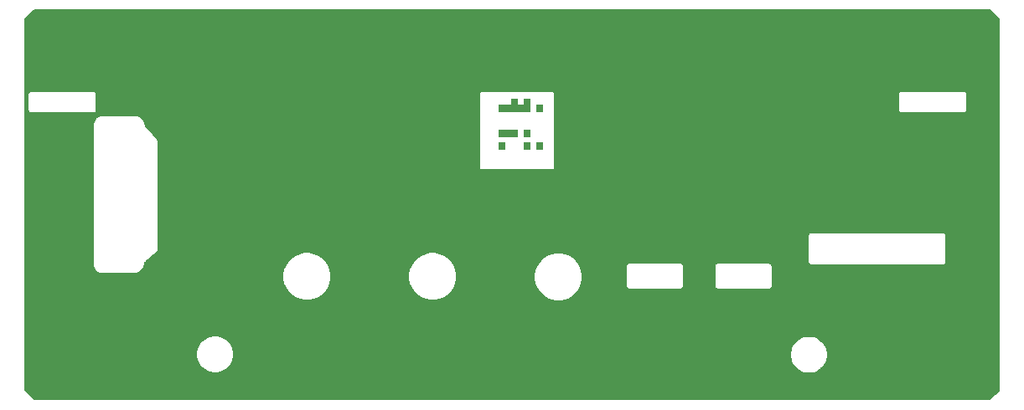
<source format=gbr>
%TF.GenerationSoftware,KiCad,Pcbnew,(5.1.12)-1*%
%TF.CreationDate,2022-02-28T21:35:26+00:00*%
%TF.ProjectId,RGBtoHDMI CDTV v2 - Face Plate - Lite,52474274-6f48-4444-9d49-204344545620,1*%
%TF.SameCoordinates,Original*%
%TF.FileFunction,Copper,L1,Top*%
%TF.FilePolarity,Positive*%
%FSLAX46Y46*%
G04 Gerber Fmt 4.6, Leading zero omitted, Abs format (unit mm)*
G04 Created by KiCad (PCBNEW (5.1.12)-1) date 2022-02-28 21:35:26*
%MOMM*%
%LPD*%
G01*
G04 APERTURE LIST*
%TA.AperFunction,EtchedComponent*%
%ADD10C,0.100000*%
%TD*%
%TA.AperFunction,NonConductor*%
%ADD11C,0.200000*%
%TD*%
%TA.AperFunction,NonConductor*%
%ADD12C,0.100000*%
%TD*%
G04 APERTURE END LIST*
D10*
%TO.C,solarmon*%
G36*
X122555000Y-70535800D02*
G01*
X121920000Y-70535800D01*
X121920000Y-69900800D01*
X122555000Y-69900800D01*
X122555000Y-70535800D01*
G37*
X122555000Y-70535800D02*
X121920000Y-70535800D01*
X121920000Y-69900800D01*
X122555000Y-69900800D01*
X122555000Y-70535800D01*
G36*
X122555000Y-74345800D02*
G01*
X121920000Y-74345800D01*
X121920000Y-73710800D01*
X122555000Y-73710800D01*
X122555000Y-74345800D01*
G37*
X122555000Y-74345800D02*
X121920000Y-74345800D01*
X121920000Y-73710800D01*
X122555000Y-73710800D01*
X122555000Y-74345800D01*
G36*
X121285000Y-69900800D02*
G01*
X120650000Y-69900800D01*
X120650000Y-69265800D01*
X121285000Y-69265800D01*
X121285000Y-69900800D01*
G37*
X121285000Y-69900800D02*
X120650000Y-69900800D01*
X120650000Y-69265800D01*
X121285000Y-69265800D01*
X121285000Y-69900800D01*
G36*
X121285000Y-70535800D02*
G01*
X120650000Y-70535800D01*
X120650000Y-69900800D01*
X121285000Y-69900800D01*
X121285000Y-70535800D01*
G37*
X121285000Y-70535800D02*
X120650000Y-70535800D01*
X120650000Y-69900800D01*
X121285000Y-69900800D01*
X121285000Y-70535800D01*
G36*
X120650000Y-70535800D02*
G01*
X120015000Y-70535800D01*
X120015000Y-69900800D01*
X120650000Y-69900800D01*
X120650000Y-70535800D01*
G37*
X120650000Y-70535800D02*
X120015000Y-70535800D01*
X120015000Y-69900800D01*
X120650000Y-69900800D01*
X120650000Y-70535800D01*
G36*
X120015000Y-70535800D02*
G01*
X119380000Y-70535800D01*
X119380000Y-69900800D01*
X120015000Y-69900800D01*
X120015000Y-70535800D01*
G37*
X120015000Y-70535800D02*
X119380000Y-70535800D01*
X119380000Y-69900800D01*
X120015000Y-69900800D01*
X120015000Y-70535800D01*
G36*
X120015000Y-69900800D02*
G01*
X119380000Y-69900800D01*
X119380000Y-69265800D01*
X120015000Y-69265800D01*
X120015000Y-69900800D01*
G37*
X120015000Y-69900800D02*
X119380000Y-69900800D01*
X119380000Y-69265800D01*
X120015000Y-69265800D01*
X120015000Y-69900800D01*
G36*
X119380000Y-70535800D02*
G01*
X118745000Y-70535800D01*
X118745000Y-69900800D01*
X119380000Y-69900800D01*
X119380000Y-70535800D01*
G37*
X119380000Y-70535800D02*
X118745000Y-70535800D01*
X118745000Y-69900800D01*
X119380000Y-69900800D01*
X119380000Y-70535800D01*
G36*
X118745000Y-70535800D02*
G01*
X118110000Y-70535800D01*
X118110000Y-69900800D01*
X118745000Y-69900800D01*
X118745000Y-70535800D01*
G37*
X118745000Y-70535800D02*
X118110000Y-70535800D01*
X118110000Y-69900800D01*
X118745000Y-69900800D01*
X118745000Y-70535800D01*
G36*
X118745000Y-73075800D02*
G01*
X118110000Y-73075800D01*
X118110000Y-72440800D01*
X118745000Y-72440800D01*
X118745000Y-73075800D01*
G37*
X118745000Y-73075800D02*
X118110000Y-73075800D01*
X118110000Y-72440800D01*
X118745000Y-72440800D01*
X118745000Y-73075800D01*
G36*
X119380000Y-73075800D02*
G01*
X118745000Y-73075800D01*
X118745000Y-72440800D01*
X119380000Y-72440800D01*
X119380000Y-73075800D01*
G37*
X119380000Y-73075800D02*
X118745000Y-73075800D01*
X118745000Y-72440800D01*
X119380000Y-72440800D01*
X119380000Y-73075800D01*
G36*
X120015000Y-73075800D02*
G01*
X119380000Y-73075800D01*
X119380000Y-72440800D01*
X120015000Y-72440800D01*
X120015000Y-73075800D01*
G37*
X120015000Y-73075800D02*
X119380000Y-73075800D01*
X119380000Y-72440800D01*
X120015000Y-72440800D01*
X120015000Y-73075800D01*
G36*
X121285000Y-73075800D02*
G01*
X120650000Y-73075800D01*
X120650000Y-72440800D01*
X121285000Y-72440800D01*
X121285000Y-73075800D01*
G37*
X121285000Y-73075800D02*
X120650000Y-73075800D01*
X120650000Y-72440800D01*
X121285000Y-72440800D01*
X121285000Y-73075800D01*
G36*
X121285000Y-74345800D02*
G01*
X120650000Y-74345800D01*
X120650000Y-73710800D01*
X121285000Y-73710800D01*
X121285000Y-74345800D01*
G37*
X121285000Y-74345800D02*
X120650000Y-74345800D01*
X120650000Y-73710800D01*
X121285000Y-73710800D01*
X121285000Y-74345800D01*
G36*
X118745000Y-74345800D02*
G01*
X118110000Y-74345800D01*
X118110000Y-73710800D01*
X118745000Y-73710800D01*
X118745000Y-74345800D01*
G37*
X118745000Y-74345800D02*
X118110000Y-74345800D01*
X118110000Y-73710800D01*
X118745000Y-73710800D01*
X118745000Y-74345800D01*
%TD*%
D11*
X168673900Y-61243729D02*
X168673901Y-98782367D01*
X167749971Y-99674800D01*
X71219832Y-99674800D01*
X70327400Y-98750871D01*
X70327400Y-94948566D01*
X87609600Y-94948566D01*
X87609600Y-95322834D01*
X87682616Y-95689909D01*
X87825842Y-96035687D01*
X88033774Y-96346879D01*
X88298421Y-96611526D01*
X88609613Y-96819458D01*
X88955391Y-96962684D01*
X89322466Y-97035700D01*
X89696734Y-97035700D01*
X90063809Y-96962684D01*
X90409587Y-96819458D01*
X90720779Y-96611526D01*
X90985426Y-96346879D01*
X91193358Y-96035687D01*
X91336584Y-95689909D01*
X91409600Y-95322834D01*
X91409600Y-94986666D01*
X147579000Y-94986666D01*
X147579000Y-95360934D01*
X147652016Y-95728009D01*
X147795242Y-96073787D01*
X148003174Y-96384979D01*
X148267821Y-96649626D01*
X148579013Y-96857558D01*
X148924791Y-97000784D01*
X149291866Y-97073800D01*
X149666134Y-97073800D01*
X150033209Y-97000784D01*
X150378987Y-96857558D01*
X150690179Y-96649626D01*
X150954826Y-96384979D01*
X151162758Y-96073787D01*
X151305984Y-95728009D01*
X151379000Y-95360934D01*
X151379000Y-94986666D01*
X151305984Y-94619591D01*
X151162758Y-94273813D01*
X150954826Y-93962621D01*
X150690179Y-93697974D01*
X150378987Y-93490042D01*
X150033209Y-93346816D01*
X149666134Y-93273800D01*
X149291866Y-93273800D01*
X148924791Y-93346816D01*
X148579013Y-93490042D01*
X148267821Y-93697974D01*
X148003174Y-93962621D01*
X147795242Y-94273813D01*
X147652016Y-94619591D01*
X147579000Y-94986666D01*
X91409600Y-94986666D01*
X91409600Y-94948566D01*
X91336584Y-94581491D01*
X91193358Y-94235713D01*
X90985426Y-93924521D01*
X90720779Y-93659874D01*
X90409587Y-93451942D01*
X90063809Y-93308716D01*
X89696734Y-93235700D01*
X89322466Y-93235700D01*
X88955391Y-93308716D01*
X88609613Y-93451942D01*
X88298421Y-93659874D01*
X88033774Y-93924521D01*
X87825842Y-94235713D01*
X87682616Y-94581491D01*
X87609600Y-94948566D01*
X70327400Y-94948566D01*
X70327400Y-87007696D01*
X96324000Y-87007696D01*
X96324000Y-87490304D01*
X96418152Y-87963639D01*
X96602838Y-88409510D01*
X96870960Y-88810784D01*
X97212216Y-89152040D01*
X97613490Y-89420162D01*
X98059361Y-89604848D01*
X98532696Y-89699000D01*
X99015304Y-89699000D01*
X99488639Y-89604848D01*
X99934510Y-89420162D01*
X100335784Y-89152040D01*
X100677040Y-88810784D01*
X100945162Y-88409510D01*
X101129848Y-87963639D01*
X101224000Y-87490304D01*
X101224000Y-87007696D01*
X109024000Y-87007696D01*
X109024000Y-87490304D01*
X109118152Y-87963639D01*
X109302838Y-88409510D01*
X109570960Y-88810784D01*
X109912216Y-89152040D01*
X110313490Y-89420162D01*
X110759361Y-89604848D01*
X111232696Y-89699000D01*
X111715304Y-89699000D01*
X112188639Y-89604848D01*
X112634510Y-89420162D01*
X113035784Y-89152040D01*
X113377040Y-88810784D01*
X113645162Y-88409510D01*
X113829848Y-87963639D01*
X113924000Y-87490304D01*
X113924000Y-87058496D01*
X121724000Y-87058496D01*
X121724000Y-87541104D01*
X121818152Y-88014439D01*
X122002838Y-88460310D01*
X122270960Y-88861584D01*
X122612216Y-89202840D01*
X123013490Y-89470962D01*
X123459361Y-89655648D01*
X123932696Y-89749800D01*
X124415304Y-89749800D01*
X124888639Y-89655648D01*
X125334510Y-89470962D01*
X125735784Y-89202840D01*
X126077040Y-88861584D01*
X126345162Y-88460310D01*
X126529848Y-88014439D01*
X126624000Y-87541104D01*
X126624000Y-87058496D01*
X126529848Y-86585161D01*
X126373457Y-86207600D01*
X131016828Y-86207600D01*
X131018400Y-86223561D01*
X131018401Y-88198229D01*
X131016828Y-88214200D01*
X131023103Y-88277911D01*
X131041687Y-88339174D01*
X131071865Y-88395634D01*
X131112479Y-88445121D01*
X131161966Y-88485735D01*
X131218426Y-88515913D01*
X131279689Y-88534497D01*
X131327439Y-88539200D01*
X131327440Y-88539200D01*
X131343400Y-88540772D01*
X131359361Y-88539200D01*
X136509039Y-88539200D01*
X136525000Y-88540772D01*
X136540960Y-88539200D01*
X136540961Y-88539200D01*
X136588711Y-88534497D01*
X136649974Y-88515913D01*
X136706434Y-88485735D01*
X136755921Y-88445121D01*
X136796535Y-88395634D01*
X136826713Y-88339174D01*
X136845297Y-88277911D01*
X136851572Y-88214200D01*
X136850000Y-88198239D01*
X136850000Y-86223561D01*
X136850321Y-86220300D01*
X139957628Y-86220300D01*
X139959200Y-86236261D01*
X139959201Y-88210929D01*
X139957628Y-88226900D01*
X139963903Y-88290611D01*
X139982487Y-88351874D01*
X140012665Y-88408334D01*
X140053279Y-88457821D01*
X140102766Y-88498435D01*
X140159226Y-88528613D01*
X140220489Y-88547197D01*
X140268239Y-88551900D01*
X140268240Y-88551900D01*
X140284200Y-88553472D01*
X140300161Y-88551900D01*
X145449839Y-88551900D01*
X145465800Y-88553472D01*
X145481760Y-88551900D01*
X145481761Y-88551900D01*
X145529511Y-88547197D01*
X145590774Y-88528613D01*
X145647234Y-88498435D01*
X145696721Y-88457821D01*
X145737335Y-88408334D01*
X145767513Y-88351874D01*
X145786097Y-88290611D01*
X145792372Y-88226900D01*
X145790800Y-88210939D01*
X145790800Y-86236261D01*
X145792372Y-86220300D01*
X145786097Y-86156589D01*
X145767513Y-86095326D01*
X145737335Y-86038866D01*
X145696721Y-85989379D01*
X145647234Y-85948765D01*
X145590774Y-85918587D01*
X145529511Y-85900003D01*
X145481761Y-85895300D01*
X145465800Y-85893728D01*
X145449840Y-85895300D01*
X140300160Y-85895300D01*
X140284200Y-85893728D01*
X140268239Y-85895300D01*
X140220489Y-85900003D01*
X140159226Y-85918587D01*
X140102766Y-85948765D01*
X140053279Y-85989379D01*
X140012665Y-86038866D01*
X139982487Y-86095326D01*
X139963903Y-86156589D01*
X139957628Y-86220300D01*
X136850321Y-86220300D01*
X136851572Y-86207600D01*
X136845297Y-86143889D01*
X136826713Y-86082626D01*
X136796535Y-86026166D01*
X136755921Y-85976679D01*
X136706434Y-85936065D01*
X136649974Y-85905887D01*
X136588711Y-85887303D01*
X136540961Y-85882600D01*
X136525000Y-85881028D01*
X136509040Y-85882600D01*
X131359360Y-85882600D01*
X131343400Y-85881028D01*
X131327439Y-85882600D01*
X131279689Y-85887303D01*
X131218426Y-85905887D01*
X131161966Y-85936065D01*
X131112479Y-85976679D01*
X131071865Y-86026166D01*
X131041687Y-86082626D01*
X131023103Y-86143889D01*
X131016828Y-86207600D01*
X126373457Y-86207600D01*
X126345162Y-86139290D01*
X126077040Y-85738016D01*
X125735784Y-85396760D01*
X125334510Y-85128638D01*
X124888639Y-84943952D01*
X124415304Y-84849800D01*
X123932696Y-84849800D01*
X123459361Y-84943952D01*
X123013490Y-85128638D01*
X122612216Y-85396760D01*
X122270960Y-85738016D01*
X122002838Y-86139290D01*
X121818152Y-86585161D01*
X121724000Y-87058496D01*
X113924000Y-87058496D01*
X113924000Y-87007696D01*
X113829848Y-86534361D01*
X113645162Y-86088490D01*
X113377040Y-85687216D01*
X113035784Y-85345960D01*
X112634510Y-85077838D01*
X112188639Y-84893152D01*
X111715304Y-84799000D01*
X111232696Y-84799000D01*
X110759361Y-84893152D01*
X110313490Y-85077838D01*
X109912216Y-85345960D01*
X109570960Y-85687216D01*
X109302838Y-86088490D01*
X109118152Y-86534361D01*
X109024000Y-87007696D01*
X101224000Y-87007696D01*
X101129848Y-86534361D01*
X100945162Y-86088490D01*
X100677040Y-85687216D01*
X100335784Y-85345960D01*
X99934510Y-85077838D01*
X99488639Y-84893152D01*
X99015304Y-84799000D01*
X98532696Y-84799000D01*
X98059361Y-84893152D01*
X97613490Y-85077838D01*
X97212216Y-85345960D01*
X96870960Y-85687216D01*
X96602838Y-86088490D01*
X96418152Y-86534361D01*
X96324000Y-87007696D01*
X70327400Y-87007696D01*
X70327400Y-86045760D01*
X77145000Y-86045760D01*
X77146380Y-86059774D01*
X77146353Y-86063690D01*
X77146796Y-86068207D01*
X77159751Y-86191458D01*
X77165671Y-86220296D01*
X77171193Y-86249244D01*
X77172504Y-86253589D01*
X77209151Y-86371976D01*
X77220575Y-86399152D01*
X77231601Y-86426442D01*
X77233731Y-86430449D01*
X77292675Y-86539464D01*
X77309152Y-86563892D01*
X77325276Y-86588532D01*
X77328144Y-86592049D01*
X77407140Y-86687539D01*
X77428031Y-86708285D01*
X77448650Y-86729340D01*
X77452147Y-86732233D01*
X77548185Y-86810561D01*
X77572719Y-86826861D01*
X77597025Y-86843504D01*
X77601017Y-86845663D01*
X77710441Y-86903845D01*
X77737681Y-86915072D01*
X77764749Y-86926673D01*
X77769084Y-86928016D01*
X77887725Y-86963836D01*
X77916646Y-86969562D01*
X77945435Y-86975681D01*
X77949948Y-86976156D01*
X78073286Y-86988249D01*
X78073292Y-86988249D01*
X78089039Y-86989800D01*
X81295961Y-86989800D01*
X81300251Y-86989377D01*
X81327838Y-86988646D01*
X81345626Y-86986424D01*
X81363534Y-86985725D01*
X81368026Y-86985075D01*
X81510914Y-86963373D01*
X81539448Y-86956133D01*
X81568115Y-86949285D01*
X81572394Y-86947775D01*
X81708345Y-86898733D01*
X81734937Y-86886085D01*
X81761722Y-86873802D01*
X81765627Y-86871489D01*
X81889463Y-86796974D01*
X81913098Y-86779397D01*
X81936979Y-86762151D01*
X81940361Y-86759124D01*
X82047365Y-86661975D01*
X82067124Y-86640156D01*
X82087212Y-86618586D01*
X82089941Y-86614960D01*
X82173329Y-86502530D01*
X82190250Y-86481014D01*
X82211983Y-86438237D01*
X82380563Y-86006030D01*
X82383924Y-85994058D01*
X82410420Y-85906903D01*
X82439940Y-85851639D01*
X82484233Y-85797543D01*
X82517093Y-85767925D01*
X83650621Y-84752560D01*
X83669921Y-84736721D01*
X83684565Y-84718878D01*
X83700163Y-84701869D01*
X83704829Y-84694187D01*
X83710535Y-84687234D01*
X83721419Y-84666871D01*
X83733396Y-84647151D01*
X83736474Y-84638704D01*
X83740713Y-84630774D01*
X83747411Y-84608692D01*
X83755316Y-84587002D01*
X83756687Y-84578114D01*
X83759297Y-84569511D01*
X83761561Y-84546529D01*
X83765078Y-84523731D01*
X83764000Y-84498804D01*
X83764000Y-83108800D01*
X149406428Y-83108800D01*
X149408000Y-83124761D01*
X149408001Y-85759829D01*
X149406428Y-85775800D01*
X149412703Y-85839511D01*
X149431287Y-85900774D01*
X149461465Y-85957234D01*
X149502079Y-86006721D01*
X149551566Y-86047335D01*
X149608026Y-86077513D01*
X149669289Y-86096097D01*
X149717039Y-86100800D01*
X149717040Y-86100800D01*
X149733000Y-86102372D01*
X149748961Y-86100800D01*
X163052040Y-86100800D01*
X163068000Y-86102372D01*
X163113111Y-86097929D01*
X163131711Y-86096097D01*
X163192974Y-86077513D01*
X163249434Y-86047335D01*
X163298921Y-86006721D01*
X163339535Y-85957234D01*
X163369713Y-85900774D01*
X163388297Y-85839511D01*
X163394572Y-85775800D01*
X163393000Y-85759839D01*
X163393000Y-83124761D01*
X163394572Y-83108800D01*
X163388297Y-83045089D01*
X163369713Y-82983826D01*
X163339535Y-82927366D01*
X163298921Y-82877879D01*
X163249434Y-82837265D01*
X163192974Y-82807087D01*
X163131711Y-82788503D01*
X163083961Y-82783800D01*
X163083960Y-82783800D01*
X163068000Y-82782228D01*
X163052039Y-82783800D01*
X149748960Y-82783800D01*
X149733000Y-82782228D01*
X149717039Y-82783800D01*
X149669289Y-82788503D01*
X149608026Y-82807087D01*
X149551566Y-82837265D01*
X149502079Y-82877879D01*
X149461465Y-82927366D01*
X149431287Y-82983826D01*
X149412703Y-83045089D01*
X149406428Y-83108800D01*
X83764000Y-83108800D01*
X83764000Y-73609963D01*
X83764933Y-73604207D01*
X83764000Y-73578038D01*
X83764000Y-73567839D01*
X83763430Y-73562053D01*
X83762652Y-73540228D01*
X83760300Y-73530272D01*
X83759297Y-73520089D01*
X83752956Y-73499185D01*
X83747933Y-73477924D01*
X83743683Y-73468617D01*
X83740713Y-73458826D01*
X83730412Y-73439553D01*
X83721341Y-73419689D01*
X83715361Y-73411395D01*
X83710535Y-73402366D01*
X83696676Y-73385479D01*
X83693280Y-73380769D01*
X83686538Y-73373127D01*
X83669921Y-73352879D01*
X83665413Y-73349179D01*
X82659844Y-72209280D01*
X82651539Y-72201547D01*
X82587445Y-72138400D01*
X82552205Y-72086598D01*
X82524857Y-72022252D01*
X82520823Y-72006508D01*
X82520533Y-72002765D01*
X82507563Y-71956570D01*
X82338983Y-71524363D01*
X82317250Y-71481586D01*
X82307474Y-71469156D01*
X82295087Y-71449697D01*
X82284026Y-71435580D01*
X82274212Y-71420584D01*
X82271344Y-71417067D01*
X82179219Y-71305708D01*
X82158327Y-71284962D01*
X82137710Y-71263909D01*
X82134214Y-71261016D01*
X82022215Y-71169671D01*
X81997678Y-71153369D01*
X81973373Y-71136727D01*
X81969381Y-71134569D01*
X81841771Y-71066718D01*
X81814553Y-71055499D01*
X81787466Y-71043890D01*
X81783131Y-71042548D01*
X81644773Y-71000775D01*
X81615891Y-70995056D01*
X81587064Y-70988929D01*
X81582551Y-70988454D01*
X81438714Y-70974351D01*
X81438708Y-70974351D01*
X81422961Y-70972800D01*
X78089039Y-70972800D01*
X78075025Y-70974180D01*
X78071110Y-70974153D01*
X78066593Y-70974596D01*
X77943342Y-70987551D01*
X77914510Y-70993470D01*
X77885556Y-70998993D01*
X77881211Y-71000304D01*
X77762823Y-71036951D01*
X77735634Y-71048380D01*
X77708358Y-71059401D01*
X77704350Y-71061531D01*
X77595336Y-71120475D01*
X77570926Y-71136940D01*
X77546267Y-71153076D01*
X77542750Y-71155944D01*
X77447261Y-71234940D01*
X77426515Y-71255831D01*
X77405459Y-71276451D01*
X77402566Y-71279947D01*
X77324239Y-71375986D01*
X77307939Y-71400520D01*
X77291296Y-71424826D01*
X77289137Y-71428818D01*
X77230955Y-71538241D01*
X77219736Y-71565463D01*
X77208126Y-71592550D01*
X77206784Y-71596885D01*
X77170964Y-71715525D01*
X77165237Y-71744453D01*
X77159119Y-71773235D01*
X77158644Y-71777748D01*
X77146551Y-71901087D01*
X77146551Y-71901102D01*
X77145001Y-71916839D01*
X77145000Y-86045760D01*
X70327400Y-86045760D01*
X70327400Y-68808600D01*
X70590228Y-68808600D01*
X70591800Y-68824561D01*
X70591801Y-70392829D01*
X70590228Y-70408800D01*
X70596503Y-70472511D01*
X70615087Y-70533774D01*
X70645265Y-70590234D01*
X70685879Y-70639721D01*
X70735366Y-70680335D01*
X70791826Y-70710513D01*
X70853089Y-70729097D01*
X70900839Y-70733800D01*
X70900840Y-70733800D01*
X70916800Y-70735372D01*
X70932761Y-70733800D01*
X77200039Y-70733800D01*
X77216000Y-70735372D01*
X77231960Y-70733800D01*
X77231961Y-70733800D01*
X77279711Y-70729097D01*
X77340974Y-70710513D01*
X77397434Y-70680335D01*
X77446921Y-70639721D01*
X77487535Y-70590234D01*
X77517713Y-70533774D01*
X77536297Y-70472511D01*
X77542572Y-70408800D01*
X77541000Y-70392839D01*
X77541000Y-68824561D01*
X77542572Y-68808600D01*
X77536297Y-68744889D01*
X77517713Y-68683626D01*
X77489478Y-68630800D01*
X116232000Y-68630800D01*
X116232000Y-76377800D01*
X116233921Y-76397309D01*
X116239612Y-76416068D01*
X116248853Y-76433357D01*
X116261289Y-76448511D01*
X116276443Y-76460947D01*
X116293732Y-76470188D01*
X116312491Y-76475879D01*
X116332000Y-76477800D01*
X123698000Y-76477800D01*
X123717509Y-76475879D01*
X123736268Y-76470188D01*
X123753557Y-76460947D01*
X123768711Y-76448511D01*
X123781147Y-76433357D01*
X123790388Y-76416068D01*
X123796079Y-76397309D01*
X123798000Y-76377800D01*
X123798000Y-68795900D01*
X158525028Y-68795900D01*
X158526600Y-68811861D01*
X158526601Y-70380129D01*
X158525028Y-70396100D01*
X158531303Y-70459811D01*
X158549887Y-70521074D01*
X158580065Y-70577534D01*
X158620679Y-70627021D01*
X158670166Y-70667635D01*
X158726626Y-70697813D01*
X158787889Y-70716397D01*
X158835639Y-70721100D01*
X158835640Y-70721100D01*
X158851600Y-70722672D01*
X158867561Y-70721100D01*
X165134839Y-70721100D01*
X165150800Y-70722672D01*
X165166760Y-70721100D01*
X165166761Y-70721100D01*
X165214511Y-70716397D01*
X165275774Y-70697813D01*
X165332234Y-70667635D01*
X165381721Y-70627021D01*
X165422335Y-70577534D01*
X165452513Y-70521074D01*
X165471097Y-70459811D01*
X165477372Y-70396100D01*
X165475800Y-70380139D01*
X165475800Y-68811861D01*
X165477372Y-68795900D01*
X165471097Y-68732189D01*
X165452513Y-68670926D01*
X165422335Y-68614466D01*
X165381721Y-68564979D01*
X165332234Y-68524365D01*
X165275774Y-68494187D01*
X165214511Y-68475603D01*
X165166761Y-68470900D01*
X165150800Y-68469328D01*
X165134840Y-68470900D01*
X158867560Y-68470900D01*
X158851600Y-68469328D01*
X158835639Y-68470900D01*
X158787889Y-68475603D01*
X158726626Y-68494187D01*
X158670166Y-68524365D01*
X158620679Y-68564979D01*
X158580065Y-68614466D01*
X158549887Y-68670926D01*
X158531303Y-68732189D01*
X158525028Y-68795900D01*
X123798000Y-68795900D01*
X123798000Y-68630800D01*
X123796079Y-68611291D01*
X123790388Y-68592532D01*
X123781147Y-68575243D01*
X123768711Y-68560089D01*
X123753557Y-68547653D01*
X123736268Y-68538412D01*
X123717509Y-68532721D01*
X123698000Y-68530800D01*
X116332000Y-68530800D01*
X116312491Y-68532721D01*
X116293732Y-68538412D01*
X116276443Y-68547653D01*
X116261289Y-68560089D01*
X116248853Y-68575243D01*
X116239612Y-68592532D01*
X116233921Y-68611291D01*
X116232000Y-68630800D01*
X77489478Y-68630800D01*
X77487535Y-68627166D01*
X77446921Y-68577679D01*
X77397434Y-68537065D01*
X77340974Y-68506887D01*
X77279711Y-68488303D01*
X77231961Y-68483600D01*
X77216000Y-68482028D01*
X77200040Y-68483600D01*
X70932760Y-68483600D01*
X70916800Y-68482028D01*
X70900839Y-68483600D01*
X70853089Y-68488303D01*
X70791826Y-68506887D01*
X70735366Y-68537065D01*
X70685879Y-68577679D01*
X70645265Y-68627166D01*
X70615087Y-68683626D01*
X70596503Y-68744889D01*
X70590228Y-68808600D01*
X70327400Y-68808600D01*
X70327400Y-61224932D01*
X71251347Y-60332483D01*
X167781485Y-60319817D01*
X168673900Y-61243729D01*
%TA.AperFunction,NonConductor*%
D12*
G36*
X168673900Y-61243729D02*
G01*
X168673901Y-98782367D01*
X167749971Y-99674800D01*
X71219832Y-99674800D01*
X70327400Y-98750871D01*
X70327400Y-94948566D01*
X87609600Y-94948566D01*
X87609600Y-95322834D01*
X87682616Y-95689909D01*
X87825842Y-96035687D01*
X88033774Y-96346879D01*
X88298421Y-96611526D01*
X88609613Y-96819458D01*
X88955391Y-96962684D01*
X89322466Y-97035700D01*
X89696734Y-97035700D01*
X90063809Y-96962684D01*
X90409587Y-96819458D01*
X90720779Y-96611526D01*
X90985426Y-96346879D01*
X91193358Y-96035687D01*
X91336584Y-95689909D01*
X91409600Y-95322834D01*
X91409600Y-94986666D01*
X147579000Y-94986666D01*
X147579000Y-95360934D01*
X147652016Y-95728009D01*
X147795242Y-96073787D01*
X148003174Y-96384979D01*
X148267821Y-96649626D01*
X148579013Y-96857558D01*
X148924791Y-97000784D01*
X149291866Y-97073800D01*
X149666134Y-97073800D01*
X150033209Y-97000784D01*
X150378987Y-96857558D01*
X150690179Y-96649626D01*
X150954826Y-96384979D01*
X151162758Y-96073787D01*
X151305984Y-95728009D01*
X151379000Y-95360934D01*
X151379000Y-94986666D01*
X151305984Y-94619591D01*
X151162758Y-94273813D01*
X150954826Y-93962621D01*
X150690179Y-93697974D01*
X150378987Y-93490042D01*
X150033209Y-93346816D01*
X149666134Y-93273800D01*
X149291866Y-93273800D01*
X148924791Y-93346816D01*
X148579013Y-93490042D01*
X148267821Y-93697974D01*
X148003174Y-93962621D01*
X147795242Y-94273813D01*
X147652016Y-94619591D01*
X147579000Y-94986666D01*
X91409600Y-94986666D01*
X91409600Y-94948566D01*
X91336584Y-94581491D01*
X91193358Y-94235713D01*
X90985426Y-93924521D01*
X90720779Y-93659874D01*
X90409587Y-93451942D01*
X90063809Y-93308716D01*
X89696734Y-93235700D01*
X89322466Y-93235700D01*
X88955391Y-93308716D01*
X88609613Y-93451942D01*
X88298421Y-93659874D01*
X88033774Y-93924521D01*
X87825842Y-94235713D01*
X87682616Y-94581491D01*
X87609600Y-94948566D01*
X70327400Y-94948566D01*
X70327400Y-87007696D01*
X96324000Y-87007696D01*
X96324000Y-87490304D01*
X96418152Y-87963639D01*
X96602838Y-88409510D01*
X96870960Y-88810784D01*
X97212216Y-89152040D01*
X97613490Y-89420162D01*
X98059361Y-89604848D01*
X98532696Y-89699000D01*
X99015304Y-89699000D01*
X99488639Y-89604848D01*
X99934510Y-89420162D01*
X100335784Y-89152040D01*
X100677040Y-88810784D01*
X100945162Y-88409510D01*
X101129848Y-87963639D01*
X101224000Y-87490304D01*
X101224000Y-87007696D01*
X109024000Y-87007696D01*
X109024000Y-87490304D01*
X109118152Y-87963639D01*
X109302838Y-88409510D01*
X109570960Y-88810784D01*
X109912216Y-89152040D01*
X110313490Y-89420162D01*
X110759361Y-89604848D01*
X111232696Y-89699000D01*
X111715304Y-89699000D01*
X112188639Y-89604848D01*
X112634510Y-89420162D01*
X113035784Y-89152040D01*
X113377040Y-88810784D01*
X113645162Y-88409510D01*
X113829848Y-87963639D01*
X113924000Y-87490304D01*
X113924000Y-87058496D01*
X121724000Y-87058496D01*
X121724000Y-87541104D01*
X121818152Y-88014439D01*
X122002838Y-88460310D01*
X122270960Y-88861584D01*
X122612216Y-89202840D01*
X123013490Y-89470962D01*
X123459361Y-89655648D01*
X123932696Y-89749800D01*
X124415304Y-89749800D01*
X124888639Y-89655648D01*
X125334510Y-89470962D01*
X125735784Y-89202840D01*
X126077040Y-88861584D01*
X126345162Y-88460310D01*
X126529848Y-88014439D01*
X126624000Y-87541104D01*
X126624000Y-87058496D01*
X126529848Y-86585161D01*
X126373457Y-86207600D01*
X131016828Y-86207600D01*
X131018400Y-86223561D01*
X131018401Y-88198229D01*
X131016828Y-88214200D01*
X131023103Y-88277911D01*
X131041687Y-88339174D01*
X131071865Y-88395634D01*
X131112479Y-88445121D01*
X131161966Y-88485735D01*
X131218426Y-88515913D01*
X131279689Y-88534497D01*
X131327439Y-88539200D01*
X131327440Y-88539200D01*
X131343400Y-88540772D01*
X131359361Y-88539200D01*
X136509039Y-88539200D01*
X136525000Y-88540772D01*
X136540960Y-88539200D01*
X136540961Y-88539200D01*
X136588711Y-88534497D01*
X136649974Y-88515913D01*
X136706434Y-88485735D01*
X136755921Y-88445121D01*
X136796535Y-88395634D01*
X136826713Y-88339174D01*
X136845297Y-88277911D01*
X136851572Y-88214200D01*
X136850000Y-88198239D01*
X136850000Y-86223561D01*
X136850321Y-86220300D01*
X139957628Y-86220300D01*
X139959200Y-86236261D01*
X139959201Y-88210929D01*
X139957628Y-88226900D01*
X139963903Y-88290611D01*
X139982487Y-88351874D01*
X140012665Y-88408334D01*
X140053279Y-88457821D01*
X140102766Y-88498435D01*
X140159226Y-88528613D01*
X140220489Y-88547197D01*
X140268239Y-88551900D01*
X140268240Y-88551900D01*
X140284200Y-88553472D01*
X140300161Y-88551900D01*
X145449839Y-88551900D01*
X145465800Y-88553472D01*
X145481760Y-88551900D01*
X145481761Y-88551900D01*
X145529511Y-88547197D01*
X145590774Y-88528613D01*
X145647234Y-88498435D01*
X145696721Y-88457821D01*
X145737335Y-88408334D01*
X145767513Y-88351874D01*
X145786097Y-88290611D01*
X145792372Y-88226900D01*
X145790800Y-88210939D01*
X145790800Y-86236261D01*
X145792372Y-86220300D01*
X145786097Y-86156589D01*
X145767513Y-86095326D01*
X145737335Y-86038866D01*
X145696721Y-85989379D01*
X145647234Y-85948765D01*
X145590774Y-85918587D01*
X145529511Y-85900003D01*
X145481761Y-85895300D01*
X145465800Y-85893728D01*
X145449840Y-85895300D01*
X140300160Y-85895300D01*
X140284200Y-85893728D01*
X140268239Y-85895300D01*
X140220489Y-85900003D01*
X140159226Y-85918587D01*
X140102766Y-85948765D01*
X140053279Y-85989379D01*
X140012665Y-86038866D01*
X139982487Y-86095326D01*
X139963903Y-86156589D01*
X139957628Y-86220300D01*
X136850321Y-86220300D01*
X136851572Y-86207600D01*
X136845297Y-86143889D01*
X136826713Y-86082626D01*
X136796535Y-86026166D01*
X136755921Y-85976679D01*
X136706434Y-85936065D01*
X136649974Y-85905887D01*
X136588711Y-85887303D01*
X136540961Y-85882600D01*
X136525000Y-85881028D01*
X136509040Y-85882600D01*
X131359360Y-85882600D01*
X131343400Y-85881028D01*
X131327439Y-85882600D01*
X131279689Y-85887303D01*
X131218426Y-85905887D01*
X131161966Y-85936065D01*
X131112479Y-85976679D01*
X131071865Y-86026166D01*
X131041687Y-86082626D01*
X131023103Y-86143889D01*
X131016828Y-86207600D01*
X126373457Y-86207600D01*
X126345162Y-86139290D01*
X126077040Y-85738016D01*
X125735784Y-85396760D01*
X125334510Y-85128638D01*
X124888639Y-84943952D01*
X124415304Y-84849800D01*
X123932696Y-84849800D01*
X123459361Y-84943952D01*
X123013490Y-85128638D01*
X122612216Y-85396760D01*
X122270960Y-85738016D01*
X122002838Y-86139290D01*
X121818152Y-86585161D01*
X121724000Y-87058496D01*
X113924000Y-87058496D01*
X113924000Y-87007696D01*
X113829848Y-86534361D01*
X113645162Y-86088490D01*
X113377040Y-85687216D01*
X113035784Y-85345960D01*
X112634510Y-85077838D01*
X112188639Y-84893152D01*
X111715304Y-84799000D01*
X111232696Y-84799000D01*
X110759361Y-84893152D01*
X110313490Y-85077838D01*
X109912216Y-85345960D01*
X109570960Y-85687216D01*
X109302838Y-86088490D01*
X109118152Y-86534361D01*
X109024000Y-87007696D01*
X101224000Y-87007696D01*
X101129848Y-86534361D01*
X100945162Y-86088490D01*
X100677040Y-85687216D01*
X100335784Y-85345960D01*
X99934510Y-85077838D01*
X99488639Y-84893152D01*
X99015304Y-84799000D01*
X98532696Y-84799000D01*
X98059361Y-84893152D01*
X97613490Y-85077838D01*
X97212216Y-85345960D01*
X96870960Y-85687216D01*
X96602838Y-86088490D01*
X96418152Y-86534361D01*
X96324000Y-87007696D01*
X70327400Y-87007696D01*
X70327400Y-86045760D01*
X77145000Y-86045760D01*
X77146380Y-86059774D01*
X77146353Y-86063690D01*
X77146796Y-86068207D01*
X77159751Y-86191458D01*
X77165671Y-86220296D01*
X77171193Y-86249244D01*
X77172504Y-86253589D01*
X77209151Y-86371976D01*
X77220575Y-86399152D01*
X77231601Y-86426442D01*
X77233731Y-86430449D01*
X77292675Y-86539464D01*
X77309152Y-86563892D01*
X77325276Y-86588532D01*
X77328144Y-86592049D01*
X77407140Y-86687539D01*
X77428031Y-86708285D01*
X77448650Y-86729340D01*
X77452147Y-86732233D01*
X77548185Y-86810561D01*
X77572719Y-86826861D01*
X77597025Y-86843504D01*
X77601017Y-86845663D01*
X77710441Y-86903845D01*
X77737681Y-86915072D01*
X77764749Y-86926673D01*
X77769084Y-86928016D01*
X77887725Y-86963836D01*
X77916646Y-86969562D01*
X77945435Y-86975681D01*
X77949948Y-86976156D01*
X78073286Y-86988249D01*
X78073292Y-86988249D01*
X78089039Y-86989800D01*
X81295961Y-86989800D01*
X81300251Y-86989377D01*
X81327838Y-86988646D01*
X81345626Y-86986424D01*
X81363534Y-86985725D01*
X81368026Y-86985075D01*
X81510914Y-86963373D01*
X81539448Y-86956133D01*
X81568115Y-86949285D01*
X81572394Y-86947775D01*
X81708345Y-86898733D01*
X81734937Y-86886085D01*
X81761722Y-86873802D01*
X81765627Y-86871489D01*
X81889463Y-86796974D01*
X81913098Y-86779397D01*
X81936979Y-86762151D01*
X81940361Y-86759124D01*
X82047365Y-86661975D01*
X82067124Y-86640156D01*
X82087212Y-86618586D01*
X82089941Y-86614960D01*
X82173329Y-86502530D01*
X82190250Y-86481014D01*
X82211983Y-86438237D01*
X82380563Y-86006030D01*
X82383924Y-85994058D01*
X82410420Y-85906903D01*
X82439940Y-85851639D01*
X82484233Y-85797543D01*
X82517093Y-85767925D01*
X83650621Y-84752560D01*
X83669921Y-84736721D01*
X83684565Y-84718878D01*
X83700163Y-84701869D01*
X83704829Y-84694187D01*
X83710535Y-84687234D01*
X83721419Y-84666871D01*
X83733396Y-84647151D01*
X83736474Y-84638704D01*
X83740713Y-84630774D01*
X83747411Y-84608692D01*
X83755316Y-84587002D01*
X83756687Y-84578114D01*
X83759297Y-84569511D01*
X83761561Y-84546529D01*
X83765078Y-84523731D01*
X83764000Y-84498804D01*
X83764000Y-83108800D01*
X149406428Y-83108800D01*
X149408000Y-83124761D01*
X149408001Y-85759829D01*
X149406428Y-85775800D01*
X149412703Y-85839511D01*
X149431287Y-85900774D01*
X149461465Y-85957234D01*
X149502079Y-86006721D01*
X149551566Y-86047335D01*
X149608026Y-86077513D01*
X149669289Y-86096097D01*
X149717039Y-86100800D01*
X149717040Y-86100800D01*
X149733000Y-86102372D01*
X149748961Y-86100800D01*
X163052040Y-86100800D01*
X163068000Y-86102372D01*
X163113111Y-86097929D01*
X163131711Y-86096097D01*
X163192974Y-86077513D01*
X163249434Y-86047335D01*
X163298921Y-86006721D01*
X163339535Y-85957234D01*
X163369713Y-85900774D01*
X163388297Y-85839511D01*
X163394572Y-85775800D01*
X163393000Y-85759839D01*
X163393000Y-83124761D01*
X163394572Y-83108800D01*
X163388297Y-83045089D01*
X163369713Y-82983826D01*
X163339535Y-82927366D01*
X163298921Y-82877879D01*
X163249434Y-82837265D01*
X163192974Y-82807087D01*
X163131711Y-82788503D01*
X163083961Y-82783800D01*
X163083960Y-82783800D01*
X163068000Y-82782228D01*
X163052039Y-82783800D01*
X149748960Y-82783800D01*
X149733000Y-82782228D01*
X149717039Y-82783800D01*
X149669289Y-82788503D01*
X149608026Y-82807087D01*
X149551566Y-82837265D01*
X149502079Y-82877879D01*
X149461465Y-82927366D01*
X149431287Y-82983826D01*
X149412703Y-83045089D01*
X149406428Y-83108800D01*
X83764000Y-83108800D01*
X83764000Y-73609963D01*
X83764933Y-73604207D01*
X83764000Y-73578038D01*
X83764000Y-73567839D01*
X83763430Y-73562053D01*
X83762652Y-73540228D01*
X83760300Y-73530272D01*
X83759297Y-73520089D01*
X83752956Y-73499185D01*
X83747933Y-73477924D01*
X83743683Y-73468617D01*
X83740713Y-73458826D01*
X83730412Y-73439553D01*
X83721341Y-73419689D01*
X83715361Y-73411395D01*
X83710535Y-73402366D01*
X83696676Y-73385479D01*
X83693280Y-73380769D01*
X83686538Y-73373127D01*
X83669921Y-73352879D01*
X83665413Y-73349179D01*
X82659844Y-72209280D01*
X82651539Y-72201547D01*
X82587445Y-72138400D01*
X82552205Y-72086598D01*
X82524857Y-72022252D01*
X82520823Y-72006508D01*
X82520533Y-72002765D01*
X82507563Y-71956570D01*
X82338983Y-71524363D01*
X82317250Y-71481586D01*
X82307474Y-71469156D01*
X82295087Y-71449697D01*
X82284026Y-71435580D01*
X82274212Y-71420584D01*
X82271344Y-71417067D01*
X82179219Y-71305708D01*
X82158327Y-71284962D01*
X82137710Y-71263909D01*
X82134214Y-71261016D01*
X82022215Y-71169671D01*
X81997678Y-71153369D01*
X81973373Y-71136727D01*
X81969381Y-71134569D01*
X81841771Y-71066718D01*
X81814553Y-71055499D01*
X81787466Y-71043890D01*
X81783131Y-71042548D01*
X81644773Y-71000775D01*
X81615891Y-70995056D01*
X81587064Y-70988929D01*
X81582551Y-70988454D01*
X81438714Y-70974351D01*
X81438708Y-70974351D01*
X81422961Y-70972800D01*
X78089039Y-70972800D01*
X78075025Y-70974180D01*
X78071110Y-70974153D01*
X78066593Y-70974596D01*
X77943342Y-70987551D01*
X77914510Y-70993470D01*
X77885556Y-70998993D01*
X77881211Y-71000304D01*
X77762823Y-71036951D01*
X77735634Y-71048380D01*
X77708358Y-71059401D01*
X77704350Y-71061531D01*
X77595336Y-71120475D01*
X77570926Y-71136940D01*
X77546267Y-71153076D01*
X77542750Y-71155944D01*
X77447261Y-71234940D01*
X77426515Y-71255831D01*
X77405459Y-71276451D01*
X77402566Y-71279947D01*
X77324239Y-71375986D01*
X77307939Y-71400520D01*
X77291296Y-71424826D01*
X77289137Y-71428818D01*
X77230955Y-71538241D01*
X77219736Y-71565463D01*
X77208126Y-71592550D01*
X77206784Y-71596885D01*
X77170964Y-71715525D01*
X77165237Y-71744453D01*
X77159119Y-71773235D01*
X77158644Y-71777748D01*
X77146551Y-71901087D01*
X77146551Y-71901102D01*
X77145001Y-71916839D01*
X77145000Y-86045760D01*
X70327400Y-86045760D01*
X70327400Y-68808600D01*
X70590228Y-68808600D01*
X70591800Y-68824561D01*
X70591801Y-70392829D01*
X70590228Y-70408800D01*
X70596503Y-70472511D01*
X70615087Y-70533774D01*
X70645265Y-70590234D01*
X70685879Y-70639721D01*
X70735366Y-70680335D01*
X70791826Y-70710513D01*
X70853089Y-70729097D01*
X70900839Y-70733800D01*
X70900840Y-70733800D01*
X70916800Y-70735372D01*
X70932761Y-70733800D01*
X77200039Y-70733800D01*
X77216000Y-70735372D01*
X77231960Y-70733800D01*
X77231961Y-70733800D01*
X77279711Y-70729097D01*
X77340974Y-70710513D01*
X77397434Y-70680335D01*
X77446921Y-70639721D01*
X77487535Y-70590234D01*
X77517713Y-70533774D01*
X77536297Y-70472511D01*
X77542572Y-70408800D01*
X77541000Y-70392839D01*
X77541000Y-68824561D01*
X77542572Y-68808600D01*
X77536297Y-68744889D01*
X77517713Y-68683626D01*
X77489478Y-68630800D01*
X116232000Y-68630800D01*
X116232000Y-76377800D01*
X116233921Y-76397309D01*
X116239612Y-76416068D01*
X116248853Y-76433357D01*
X116261289Y-76448511D01*
X116276443Y-76460947D01*
X116293732Y-76470188D01*
X116312491Y-76475879D01*
X116332000Y-76477800D01*
X123698000Y-76477800D01*
X123717509Y-76475879D01*
X123736268Y-76470188D01*
X123753557Y-76460947D01*
X123768711Y-76448511D01*
X123781147Y-76433357D01*
X123790388Y-76416068D01*
X123796079Y-76397309D01*
X123798000Y-76377800D01*
X123798000Y-68795900D01*
X158525028Y-68795900D01*
X158526600Y-68811861D01*
X158526601Y-70380129D01*
X158525028Y-70396100D01*
X158531303Y-70459811D01*
X158549887Y-70521074D01*
X158580065Y-70577534D01*
X158620679Y-70627021D01*
X158670166Y-70667635D01*
X158726626Y-70697813D01*
X158787889Y-70716397D01*
X158835639Y-70721100D01*
X158835640Y-70721100D01*
X158851600Y-70722672D01*
X158867561Y-70721100D01*
X165134839Y-70721100D01*
X165150800Y-70722672D01*
X165166760Y-70721100D01*
X165166761Y-70721100D01*
X165214511Y-70716397D01*
X165275774Y-70697813D01*
X165332234Y-70667635D01*
X165381721Y-70627021D01*
X165422335Y-70577534D01*
X165452513Y-70521074D01*
X165471097Y-70459811D01*
X165477372Y-70396100D01*
X165475800Y-70380139D01*
X165475800Y-68811861D01*
X165477372Y-68795900D01*
X165471097Y-68732189D01*
X165452513Y-68670926D01*
X165422335Y-68614466D01*
X165381721Y-68564979D01*
X165332234Y-68524365D01*
X165275774Y-68494187D01*
X165214511Y-68475603D01*
X165166761Y-68470900D01*
X165150800Y-68469328D01*
X165134840Y-68470900D01*
X158867560Y-68470900D01*
X158851600Y-68469328D01*
X158835639Y-68470900D01*
X158787889Y-68475603D01*
X158726626Y-68494187D01*
X158670166Y-68524365D01*
X158620679Y-68564979D01*
X158580065Y-68614466D01*
X158549887Y-68670926D01*
X158531303Y-68732189D01*
X158525028Y-68795900D01*
X123798000Y-68795900D01*
X123798000Y-68630800D01*
X123796079Y-68611291D01*
X123790388Y-68592532D01*
X123781147Y-68575243D01*
X123768711Y-68560089D01*
X123753557Y-68547653D01*
X123736268Y-68538412D01*
X123717509Y-68532721D01*
X123698000Y-68530800D01*
X116332000Y-68530800D01*
X116312491Y-68532721D01*
X116293732Y-68538412D01*
X116276443Y-68547653D01*
X116261289Y-68560089D01*
X116248853Y-68575243D01*
X116239612Y-68592532D01*
X116233921Y-68611291D01*
X116232000Y-68630800D01*
X77489478Y-68630800D01*
X77487535Y-68627166D01*
X77446921Y-68577679D01*
X77397434Y-68537065D01*
X77340974Y-68506887D01*
X77279711Y-68488303D01*
X77231961Y-68483600D01*
X77216000Y-68482028D01*
X77200040Y-68483600D01*
X70932760Y-68483600D01*
X70916800Y-68482028D01*
X70900839Y-68483600D01*
X70853089Y-68488303D01*
X70791826Y-68506887D01*
X70735366Y-68537065D01*
X70685879Y-68577679D01*
X70645265Y-68627166D01*
X70615087Y-68683626D01*
X70596503Y-68744889D01*
X70590228Y-68808600D01*
X70327400Y-68808600D01*
X70327400Y-61224932D01*
X71251347Y-60332483D01*
X167781485Y-60319817D01*
X168673900Y-61243729D01*
G37*
%TD.AperFunction*%
M02*

</source>
